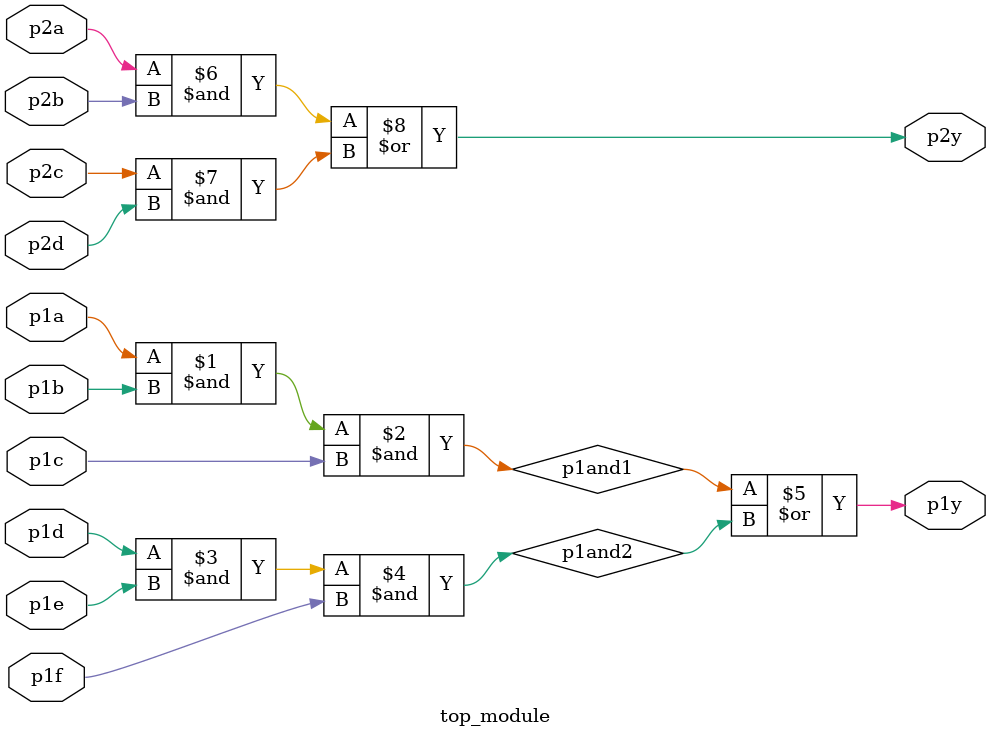
<source format=sv>
module top_module(
    input p1a,
    input p1b,
    input p1c,
    input p1d,
    input p1e,
    input p1f,
    output p1y,
    input p2a,
    input p2b,
    input p2c,
    input p2d,
    output p2y
);

// Intermediate signal declarations
wire p1and1;
wire p1and2;

// AND gates
assign p1and1 = p1a & p1b & p1c;
assign p1and2 = p1d & p1e & p1f;

// OR gate
assign p1y = p1and1 | p1and2;

// AND gate
assign p2y = p2a & p2b | p2c & p2d;

endmodule

</source>
